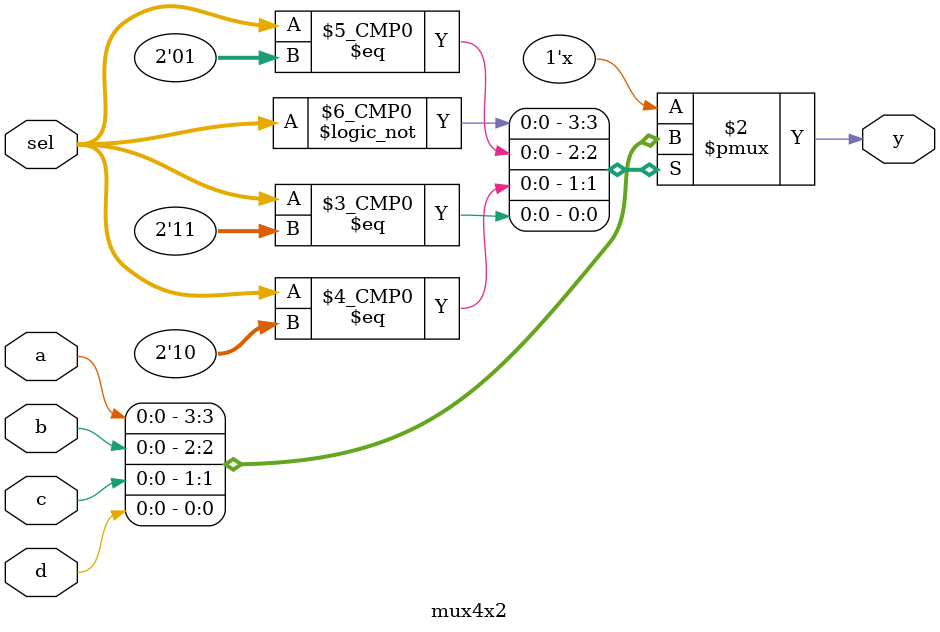
<source format=v>

module mux4x2(
    input wire a,
    input wire b,
    input wire c,
    input wire d,
    input wire [1:0] sel,
    output reg y
);

    always @(*) begin
        case(sel)
            2'b00: y = a;
            2'b01: y = b;
            2'b10: y = c;
            2'b11: y = d;
        endcase
    end
endmodule

</source>
